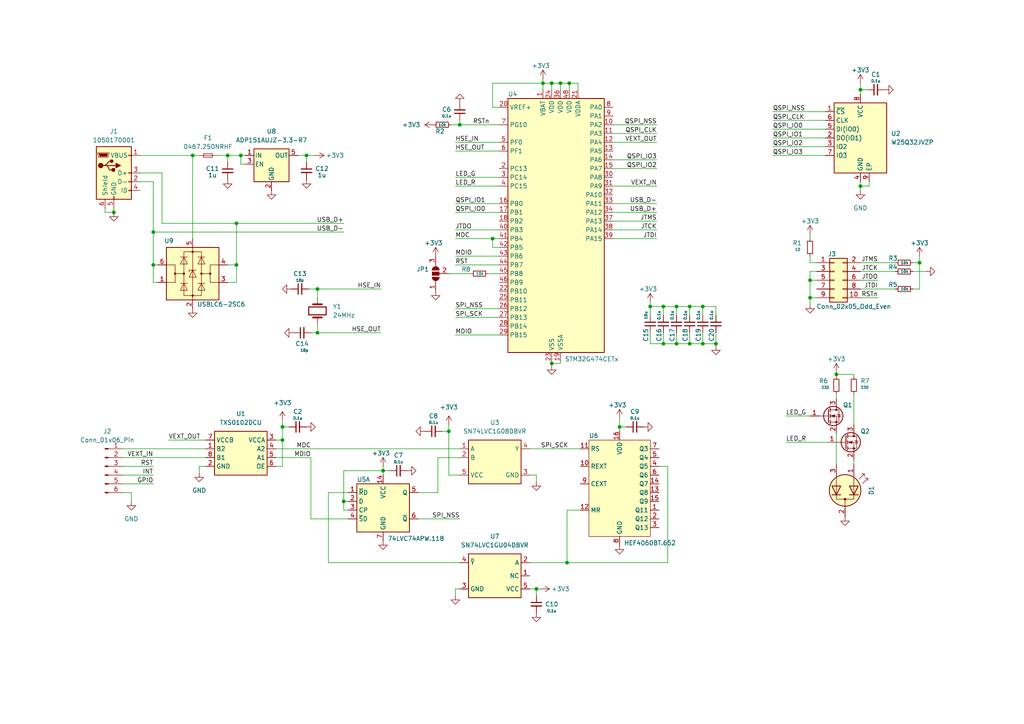
<source format=kicad_sch>
(kicad_sch (version 20230121) (generator eeschema)
  (paper "A4")
  (lib_symbols
    (symbol "Connector:Conn_01x06_Pin" (pin_names (offset 1.016) hide)
      (property "Reference" "J" (at 0 7.62 0))
      (property "Value" "Conn_01x06_Pin" (at 0 -10.16 0))
      (symbol "Conn_01x06_Pin_1_1"
        (pin passive line (at 5.08 5.08 180) (length 3.81) (name "Pin_1") (number "1"))
        (pin passive line (at 5.08 2.54 180) (length 3.81) (name "Pin_2") (number "2"))
        (pin passive line (at 5.08 0 180) (length 3.81) (name "Pin_3") (number "3"))
        (pin passive line (at 5.08 -2.54 180) (length 3.81) (name "Pin_4") (number "4"))
        (pin passive line (at 5.08 -5.08 180) (length 3.81) (name "Pin_5") (number "5"))
        (pin passive line (at 5.08 -7.62 180) (length 3.81) (name "Pin_6") (number "6"))
      )
    )
    (symbol "Connector_Generic:Conn_02x05_Odd_Even" (pin_names (offset 1.016) hide)
      (property "Reference" "J" (at 1.27 7.62 0))
      (property "Value" "Conn_02x05_Odd_Even" (at 1.27 -7.62 0))
      (symbol "Conn_02x05_Odd_Even_1_1"
        (pin passive line (at -5.08 5.08 0) (length 3.81) (name "Pin_1") (number "1"))
        (pin passive line (at 7.62 -5.08 180) (length 3.81) (name "Pin_10") (number "10"))
        (pin passive line (at 7.62 5.08 180) (length 3.81) (name "Pin_2") (number "2"))
        (pin passive line (at -5.08 2.54 0) (length 3.81) (name "Pin_3") (number "3"))
        (pin passive line (at 7.62 2.54 180) (length 3.81) (name "Pin_4") (number "4"))
        (pin passive line (at -5.08 0 0) (length 3.81) (name "Pin_5") (number "5"))
        (pin passive line (at 7.62 0 180) (length 3.81) (name "Pin_6") (number "6"))
        (pin passive line (at -5.08 -2.54 0) (length 3.81) (name "Pin_7") (number "7"))
        (pin passive line (at 7.62 -2.54 180) (length 3.81) (name "Pin_8") (number "8"))
        (pin passive line (at -5.08 -5.08 0) (length 3.81) (name "Pin_9") (number "9"))
      )
    )
    (symbol "Device:C_Small" (pin_numbers hide) (pin_names (offset 0.254) hide)
      (property "Reference" "C" (at 0.254 1.778 0))
      (property "Value" "C_Small" (at 0.254 -2.032 0))
      (symbol "C_Small_1_1"
        (pin passive line (at 0 2.54 270) (length 2.032) (name "~") (number "1"))
        (pin passive line (at 0 -2.54 90) (length 2.032) (name "~") (number "2"))
      )
    )
    (symbol "Device:Crystal" (pin_numbers hide) (pin_names (offset 1.016) hide)
      (property "Reference" "Y1" (at 1.27 -4.445 90))
      (property "Value" "24MHz" (at -1.27 -4.445 90))
      (symbol "Crystal_1_1"
        (pin passive line (at -3.81 0 0) (length 1.27) (name "1") (number "1"))
        (pin passive line (at 3.81 0 180) (length 1.27) (name "3") (number "3"))
      )
    )
    (symbol "Device:Fuse_Small" (pin_numbers hide) (pin_names (offset 0.254) hide)
      (property "Reference" "F" (at 0 -1.524 0))
      (property "Value" "Fuse_Small" (at 0 1.524 0))
      (symbol "Fuse_Small_1_1"
        (pin passive line (at -2.54 0 0) (length 1.27) (name "~") (number "1"))
        (pin passive line (at 2.54 0 180) (length 1.27) (name "~") (number "2"))
      )
    )
    (symbol "Device:LED_Dual_AAK" (pin_names (offset 0) hide)
      (property "Reference" "D1" (at 0 7.62 0))
      (symbol "LED_Dual_AAK_1_1"
        (pin input line (at 7.62 2.54 180) (length 3.81) (name "A1") (number "1"))
        (pin input line (at -7.62 0 0) (length 3.048) (name "K") (number "2"))
        (pin input line (at 7.62 -2.54 180) (length 3.81) (name "A2") (number "3"))
      )
    )
    (symbol "Device:R_Small" (pin_numbers hide) (pin_names (offset 0.254) hide)
      (property "Reference" "R" (at 0.762 0.508 0))
      (property "Value" "R_Small" (at 0.762 -1.016 0))
      (symbol "R_Small_1_1"
        (pin passive line (at 0 2.54 270) (length 0.762) (name "~") (number "1"))
        (pin passive line (at 0 -2.54 90) (length 0.762) (name "~") (number "2"))
      )
    )
    (symbol "Jumper:SolderJumper_3_Open" (pin_names (offset 0) hide)
      (property "Reference" "JP" (at -2.54 -2.54 0))
      (property "Value" "SolderJumper_3_Open" (at 0 2.794 0))
      (symbol "SolderJumper_3_Open_1_1"
        (pin passive line (at -5.08 0 0) (length 2.54) (name "A") (number "1"))
        (pin passive line (at 0 -3.81 90) (length 2.54) (name "C") (number "2"))
        (pin passive line (at 5.08 0 180) (length 2.54) (name "B") (number "3"))
      )
    )
    (symbol "LIB_PRJ:74LVC74APW"
      (property "Reference" "U3" (at 2.54 3.81 0))
      (property "Value" "74LVC74APW.118" (at 2.54 -11.43 0))
      (symbol "74LVC74APW_0_1"
        (pin power_in line (at 10.16 5.08 270) (length 2.54) (name "VCC") (number "14"))
        (pin power_in line (at 10.16 -13.97 90) (length 2.54) (name "GND") (number "7"))
      )
      (symbol "74LVC74APW_1_1"
        (pin bidirectional line (at 0 0 0) (length 2.54) (name "~{R}D") (number "1"))
        (pin bidirectional line (at 0 -2.54 0) (length 2.54) (name "D") (number "2"))
        (pin bidirectional line (at 0 -5.08 0) (length 2.54) (name "CP") (number "3"))
        (pin bidirectional line (at 0 -7.62 0) (length 2.54) (name "~{S}D") (number "4"))
        (pin bidirectional line (at 20.32 0 180) (length 2.54) (name "Q") (number "5"))
        (pin bidirectional line (at 20.32 -7.62 180) (length 2.54) (name "~{Q}") (number "6"))
      )
      (symbol "74LVC74APW_2_1"
        (pin bidirectional line (at 0 0 0) (length 2.54) (name "~{R}D") (number "1"))
        (pin bidirectional line (at 0 -2.54 0) (length 2.54) (name "D") (number "2"))
        (pin bidirectional line (at 20.32 0 180) (length 2.54) (name "Q") (number "4"))
      )
    )
    (symbol "LIB_PRJ:ADP151AUJZ-3.3-R7" (pin_names (offset 0.254))
      (property "Reference" "U" (at -3.81 5.715 0))
      (property "Value" "ADP151AUJZ-3.3-R7" (at 0 5.715 0))
      (symbol "ADP151AUJZ-3.3-R7_1_1"
        (pin power_in line (at -7.62 2.54 0) (length 2.54) (name "IN") (number "1"))
        (pin power_in line (at 0 -7.62 90) (length 2.54) (name "GND") (number "2"))
        (pin input line (at -7.62 0 0) (length 2.54) (name "EN") (number "3"))
        (pin no_connect line (at 5.08 0 180) (length 2.54) hide (name "NC") (number "4"))
        (pin power_out line (at 7.62 2.54 180) (length 2.54) (name "OUT") (number "5"))
      )
    )
    (symbol "LIB_PRJ:HEF4060BT.652"
      (property "Reference" "U3" (at 2.54 3.81 0))
      (property "Value" "HEF4060BT.652" (at 5.08 -27.94 0))
      (symbol "HEF4060BT.652_1_0"
        (pin output line (at 22.86 -17.78 180) (length 2.54) (name "Q11") (number "1"))
        (pin input line (at 0 0 0) (length 2.54) (name "RS") (number "11"))
        (pin input line (at 0 -17.78 0) (length 2.54) (name "MR") (number "12"))
        (pin output line (at 22.86 -12.7 180) (length 2.54) (name "Q8") (number "13"))
        (pin output line (at 22.86 -10.16 180) (length 2.54) (name "Q7") (number "14"))
        (pin output line (at 22.86 -15.24 180) (length 2.54) (name "Q9") (number "15"))
        (pin power_in line (at 11.43 5.08 270) (length 2.54) (name "VDD") (number "16"))
        (pin output line (at 22.86 -20.32 180) (length 2.54) (name "Q12") (number "2"))
        (pin output line (at 22.86 -22.86 180) (length 2.54) (name "Q13") (number "3"))
        (pin output line (at 22.86 -5.08 180) (length 2.54) (name "Q5") (number "4"))
        (pin output line (at 22.86 -2.54 180) (length 2.54) (name "Q4") (number "5"))
        (pin output line (at 22.86 -7.62 180) (length 2.54) (name "Q6") (number "6"))
        (pin output line (at 22.86 0 180) (length 2.54) (name "Q3") (number "7"))
        (pin power_in line (at 11.43 -27.94 90) (length 2.54) (name "GND") (number "8"))
        (pin bidirectional line (at 0 -10.16 0) (length 2.54) (name "CEXT") (number "9"))
      )
      (symbol "HEF4060BT.652_1_1"
        (pin bidirectional line (at 0 -5.08 0) (length 2.54) (name "REXT") (number "10"))
      )
    )
    (symbol "LIB_PRJ:SN74LVC1G08DBVR"
      (property "Reference" "U3" (at 2.54 3.81 0))
      (property "Value" "SN74LVC1G08DBVR" (at 2.54 -11.43 0))
      (symbol "SN74LVC1G08DBVR_1_1"
        (pin bidirectional line (at 0 0 0) (length 2.54) (name "A") (number "1"))
        (pin bidirectional line (at 0 -2.54 0) (length 2.54) (name "B") (number "2"))
        (pin power_in line (at 20.32 -7.62 180) (length 2.54) (name "GND") (number "3"))
        (pin bidirectional line (at 20.32 0 180) (length 2.54) (name "Y") (number "4"))
        (pin power_in line (at 0 -7.62 0) (length 2.54) (name "VCC") (number "5"))
      )
    )
    (symbol "LIB_PRJ:SN74LVC1GU04DBVR"
      (property "Reference" "U3" (at 2.54 3.81 0))
      (property "Value" "SN74LVC1GU04DBVR" (at 2.54 -11.43 0))
      (symbol "SN74LVC1GU04DBVR_1_1"
        (pin bidirectional line (at 0 -3.81 0) (length 2.54) (name "NC") (number "1"))
        (pin input line (at 0 0 0) (length 2.54) (name "A") (number "2"))
        (pin power_in line (at 20.32 -7.62 180) (length 2.54) (name "GND") (number "3"))
        (pin output line (at 20.32 0 180) (length 2.54) (name "~{Y}") (number "4"))
        (pin power_in line (at 0 -7.62 0) (length 2.54) (name "VCC") (number "5"))
      )
    )
    (symbol "LIB_PRJ:TXS0102DCU"
      (property "Reference" "U1" (at 10.16 7.62 0))
      (property "Value" "TXS0102DCU" (at 10.16 5.08 0))
      (symbol "TXS0102DCU_1_1"
        (pin bidirectional line (at 20.32 -2.54 180) (length 2.54) (name "B2") (number "1"))
        (pin power_in line (at 20.32 -7.62 180) (length 2.54) (name "GND") (number "2"))
        (pin power_in line (at 0 0 0) (length 2.54) (name "VCCA") (number "3"))
        (pin bidirectional line (at 0 -2.54 0) (length 2.54) (name "A2") (number "4"))
        (pin bidirectional line (at 0 -5.08 0) (length 2.54) (name "A1") (number "5"))
        (pin input line (at 0 -7.62 0) (length 2.54) (name "OE") (number "6"))
        (pin power_in line (at 20.32 0 180) (length 2.54) (name "VCCB") (number "7"))
        (pin bidirectional line (at 20.32 -5.08 180) (length 2.54) (name "B1") (number "8"))
      )
    )
    (symbol "LIB_PRJ:USB_B_Micro" (pin_names (offset 1.016))
      (property "Reference" "J1" (at 0 12.7 0))
      (property "Value" "USB_B_Micro" (at 0 10.16 0))
      (symbol "USB_B_Micro_1_1"
        (pin power_out line (at 7.62 5.08 180) (length 2.54) (name "VBUS") (number "1"))
        (pin bidirectional line (at 7.62 -2.54 180) (length 2.54) (name "D-") (number "2"))
        (pin bidirectional line (at 7.62 0 180) (length 2.54) (name "D+") (number "3"))
        (pin passive line (at 7.62 -5.08 180) (length 2.54) (name "ID") (number "4"))
        (pin power_out line (at 0 -10.16 90) (length 2.54) (name "GND") (number "5"))
        (pin passive line (at -2.54 -10.16 90) (length 2.54) (name "Shield") (number "6"))
      )
    )
    (symbol "MCU_ST_STM32G4:STM32G474CETx"
      (property "Reference" "U" (at -12.7 39.37 0))
      (property "Value" "STM32G474CETx" (at 10.16 39.37 0))
      (symbol "STM32G474CETx_1_1"
        (pin power_in line (at -2.54 40.64 270) (length 2.54) (name "VBAT") (number "1"))
        (pin bidirectional line (at 17.78 30.48 180) (length 2.54) (name "PA2") (number "10"))
        (pin bidirectional line (at 17.78 27.94 180) (length 2.54) (name "PA3") (number "11"))
        (pin bidirectional line (at 17.78 25.4 180) (length 2.54) (name "PA4") (number "12"))
        (pin bidirectional line (at 17.78 22.86 180) (length 2.54) (name "PA5") (number "13"))
        (pin bidirectional line (at 17.78 20.32 180) (length 2.54) (name "PA6") (number "14"))
        (pin bidirectional line (at 17.78 17.78 180) (length 2.54) (name "PA7") (number "15"))
        (pin bidirectional line (at -15.24 7.62 0) (length 2.54) (name "PB0") (number "16"))
        (pin bidirectional line (at -15.24 5.08 0) (length 2.54) (name "PB1") (number "17"))
        (pin bidirectional line (at -15.24 2.54 0) (length 2.54) (name "PB2") (number "18"))
        (pin power_in line (at 2.54 -38.1 90) (length 2.54) (name "VSSA") (number "19"))
        (pin bidirectional line (at -15.24 17.78 0) (length 2.54) (name "PC13") (number "2"))
        (pin input line (at -15.24 35.56 0) (length 2.54) (name "VREF+") (number "20"))
        (pin power_in line (at 7.62 40.64 270) (length 2.54) (name "VDDA") (number "21"))
        (pin bidirectional line (at -15.24 -17.78 0) (length 2.54) (name "PB10") (number "22"))
        (pin power_in line (at 0 -38.1 90) (length 2.54) (name "VSS") (number "23"))
        (pin power_in line (at 0 40.64 270) (length 2.54) (name "VDD") (number "24"))
        (pin bidirectional line (at -15.24 -20.32 0) (length 2.54) (name "PB11") (number "25"))
        (pin bidirectional line (at -15.24 -22.86 0) (length 2.54) (name "PB12") (number "26"))
        (pin bidirectional line (at -15.24 -25.4 0) (length 2.54) (name "PB13") (number "27"))
        (pin bidirectional line (at -15.24 -27.94 0) (length 2.54) (name "PB14") (number "28"))
        (pin bidirectional line (at -15.24 -30.48 0) (length 2.54) (name "PB15") (number "29"))
        (pin bidirectional line (at -15.24 15.24 0) (length 2.54) (name "PC14") (number "3"))
        (pin bidirectional line (at 17.78 15.24 180) (length 2.54) (name "PA8") (number "30"))
        (pin bidirectional line (at 17.78 12.7 180) (length 2.54) (name "PA9") (number "31"))
        (pin bidirectional line (at 17.78 10.16 180) (length 2.54) (name "PA10") (number "32"))
        (pin bidirectional line (at 17.78 7.62 180) (length 2.54) (name "PA11") (number "33"))
        (pin bidirectional line (at 17.78 5.08 180) (length 2.54) (name "PA12") (number "34"))
        (pin passive line (at 0 -38.1 90) (length 2.54) hide (name "VSS") (number "35"))
        (pin power_in line (at 2.54 40.64 270) (length 2.54) (name "VDD") (number "36"))
        (pin bidirectional line (at 17.78 2.54 180) (length 2.54) (name "PA13") (number "37"))
        (pin bidirectional line (at 17.78 0 180) (length 2.54) (name "PA14") (number "38"))
        (pin bidirectional line (at 17.78 -2.54 180) (length 2.54) (name "PA15") (number "39"))
        (pin bidirectional line (at -15.24 12.7 0) (length 2.54) (name "PC15") (number "4"))
        (pin bidirectional line (at -15.24 0 0) (length 2.54) (name "PB3") (number "40"))
        (pin bidirectional line (at -15.24 -2.54 0) (length 2.54) (name "PB4") (number "41"))
        (pin bidirectional line (at -15.24 -5.08 0) (length 2.54) (name "PB5") (number "42"))
        (pin bidirectional line (at -15.24 -7.62 0) (length 2.54) (name "PB6") (number "43"))
        (pin bidirectional line (at -15.24 -10.16 0) (length 2.54) (name "PB7") (number "44"))
        (pin bidirectional line (at -15.24 -12.7 0) (length 2.54) (name "PB8") (number "45"))
        (pin bidirectional line (at -15.24 -15.24 0) (length 2.54) (name "PB9") (number "46"))
        (pin passive line (at 0 -38.1 90) (length 2.54) hide (name "VSS") (number "47"))
        (pin power_in line (at 5.08 40.64 270) (length 2.54) (name "VDD") (number "48"))
        (pin bidirectional line (at -15.24 25.4 0) (length 2.54) (name "PF0") (number "5"))
        (pin bidirectional line (at -15.24 22.86 0) (length 2.54) (name "PF1") (number "6"))
        (pin bidirectional line (at -15.24 30.48 0) (length 2.54) (name "PG10") (number "7"))
        (pin bidirectional line (at 17.78 35.56 180) (length 2.54) (name "PA0") (number "8"))
        (pin bidirectional line (at 17.78 33.02 180) (length 2.54) (name "PA1") (number "9"))
      )
    )
    (symbol "Memory_Flash:W25Q32JVZP"
      (property "Reference" "U" (at -6.35 11.43 0))
      (property "Value" "W25Q32JVZP" (at 7.62 11.43 0))
      (symbol "W25Q32JVZP_1_1"
        (pin input line (at -10.16 7.62 0) (length 2.54) (name "~{CS}") (number "1"))
        (pin bidirectional line (at -10.16 0 0) (length 2.54) (name "DO(IO1)") (number "2"))
        (pin bidirectional line (at -10.16 -2.54 0) (length 2.54) (name "IO2") (number "3"))
        (pin power_in line (at 0 -12.7 90) (length 2.54) (name "GND") (number "4"))
        (pin bidirectional line (at -10.16 2.54 0) (length 2.54) (name "DI(IO0)") (number "5"))
        (pin input line (at -10.16 5.08 0) (length 2.54) (name "CLK") (number "6"))
        (pin bidirectional line (at -10.16 -5.08 0) (length 2.54) (name "IO3") (number "7"))
        (pin power_in line (at 0 12.7 270) (length 2.54) (name "VCC") (number "8"))
        (pin passive line (at 2.54 -12.7 90) (length 2.54) (name "EP") (number "9"))
      )
    )
    (symbol "Power_Protection:USBLC6-2SC6" (pin_names hide)
      (property "Reference" "U" (at 2.54 8.89 0))
      (property "Value" "USBLC6-2SC6" (at 2.54 -8.89 0))
      (symbol "USBLC6-2SC6_1_1"
        (pin passive line (at -10.16 -2.54 0) (length 2.54) (name "I/O1") (number "1"))
        (pin passive line (at 0 -10.16 90) (length 2.54) (name "GND") (number "2"))
        (pin passive line (at 10.16 -2.54 180) (length 2.54) (name "I/O2") (number "3"))
        (pin passive line (at 10.16 2.54 180) (length 2.54) (name "I/O2") (number "4"))
        (pin passive line (at 0 10.16 270) (length 2.54) (name "VBUS") (number "5"))
        (pin passive line (at -10.16 2.54 0) (length 2.54) (name "I/O1") (number "6"))
      )
    )
    (symbol "Transistor_FET:2N7002" (pin_names hide)
      (property "Reference" "Q" (at 5.08 1.905 0))
      (property "Value" "2N7002" (at 5.08 0 0))
      (symbol "2N7002_1_1"
        (pin input line (at -5.08 0 0) (length 2.54) (name "G") (number "1"))
        (pin passive line (at 2.54 -5.08 90) (length 2.54) (name "S") (number "2"))
        (pin passive line (at 2.54 5.08 270) (length 2.54) (name "D") (number "3"))
      )
    )
    (symbol "power:+3V3" (power) (pin_names (offset 0))
      (property "Value" "+3V3" (at 0 3.556 0))
      (symbol "+3V3_1_1"
        (pin power_in line (at 0 0 90) (length 0) hide (name "+3V3") (number "1"))
      )
    )
    (symbol "power:GND" (power) (pin_names (offset 0))
      (property "Value" "GND" (at 0 -3.81 0))
      (symbol "GND_1_1"
        (pin power_in line (at 0 0 270) (length 0) hide (name "GND") (number "1"))
      )
    )
  )
  (junction (at 203.835 99.695))
  (junction (at 249.555 26.035))
  (junction (at 92.075 83.82))
  (junction (at 192.405 88.9))
  (junction (at 133.35 36.195))
  (junction (at 249.555 53.975))
  (junction (at 44.45 76.835))
  (junction (at 203.835 88.9))
  (junction (at 179.705 123.825))
  (junction (at 130.175 125.095))
  (junction (at 160.02 24.13))
  (junction (at 157.48 24.13))
  (junction (at 81.915 127.635))
  (junction (at 88.9 45.085))
  (junction (at 99.695 145.415))
  (junction (at 55.88 45.085))
  (junction (at 234.95 86.36))
  (junction (at 142.875 69.215))
  (junction (at 192.405 99.695))
  (junction (at 44.45 67.31))
  (junction (at 33.02 61.595))
  (junction (at 207.645 99.695))
  (junction (at 162.56 24.13))
  (junction (at 200.025 99.695))
  (junction (at 164.465 163.195))
  (junction (at 242.57 108.585))
  (junction (at 160.02 105.41))
  (junction (at 111.125 136.525))
  (junction (at 266.7 76.2))
  (junction (at 196.215 88.9))
  (junction (at 69.85 45.085))
  (junction (at 81.915 123.825))
  (junction (at 165.1 24.13))
  (junction (at 200.025 88.9))
  (junction (at 68.58 64.77))
  (junction (at 92.075 96.52))
  (junction (at 66.04 45.085))
  (junction (at 234.95 81.28))
  (junction (at 188.595 88.9))
  (junction (at 155.575 170.815))
  (junction (at 68.58 76.835))
  (junction (at 196.215 99.695))
  (wire (pts (xy 92.075 83.82) (xy 92.075 86.36)))
  (wire (pts (xy 44.45 67.31) (xy 44.45 52.705)))
  (wire (pts (xy 234.95 81.28) (xy 234.95 86.36)))
  (wire (pts (xy 40.64 45.085) (xy 55.88 45.085)))
  (wire (pts (xy 130.175 125.095) (xy 128.27 125.095)))
  (wire (pts (xy 247.65 108.585) (xy 247.65 109.22)))
  (wire (pts (xy 224.155 40.005) (xy 239.395 40.005)))
  (wire (pts (xy 196.215 88.9) (xy 196.215 91.44)))
  (wire (pts (xy 130.175 79.375) (xy 136.525 79.375)))
  (wire (pts (xy 160.02 104.775) (xy 160.02 105.41)))
  (wire (pts (xy 90.17 96.52) (xy 92.075 96.52)))
  (wire (pts (xy 133.35 36.195) (xy 144.78 36.195)))
  (wire (pts (xy 249.555 52.705) (xy 249.555 53.975)))
  (wire (pts (xy 81.915 135.255) (xy 81.915 127.635)))
  (wire (pts (xy 179.705 123.825) (xy 181.61 123.825)))
  (wire (pts (xy 160.02 24.13) (xy 162.56 24.13)))
  (wire (pts (xy 192.405 99.695) (xy 196.215 99.695)))
  (wire (pts (xy 153.67 163.195) (xy 164.465 163.195)))
  (wire (pts (xy 132.08 53.975) (xy 144.78 53.975)))
  (wire (pts (xy 264.795 78.74) (xy 268.605 78.74)))
  (wire (pts (xy 200.025 88.9) (xy 200.025 91.44)))
  (wire (pts (xy 249.555 81.28) (xy 254.635 81.28)))
  (wire (pts (xy 177.8 59.055) (xy 190.5 59.055)))
  (wire (pts (xy 133.35 34.925) (xy 133.35 36.195)))
  (wire (pts (xy 100.965 150.495) (xy 90.17 150.495)))
  (wire (pts (xy 249.555 26.035) (xy 251.46 26.035)))
  (wire (pts (xy 132.08 61.595) (xy 144.78 61.595)))
  (wire (pts (xy 30.48 60.325) (xy 30.48 61.595)))
  (wire (pts (xy 242.57 108.585) (xy 242.57 109.22)))
  (wire (pts (xy 252.095 52.705) (xy 252.095 53.975)))
  (wire (pts (xy 35.56 137.795) (xy 44.45 137.795)))
  (wire (pts (xy 236.855 78.74) (xy 234.95 78.74)))
  (wire (pts (xy 224.155 32.385) (xy 239.395 32.385)))
  (wire (pts (xy 179.705 121.285) (xy 179.705 123.825)))
  (wire (pts (xy 207.645 99.695) (xy 207.645 100.33)))
  (wire (pts (xy 177.8 61.595) (xy 190.5 61.595)))
  (wire (pts (xy 252.095 53.975) (xy 249.555 53.975)))
  (wire (pts (xy 38.1 142.875) (xy 38.1 145.415)))
  (wire (pts (xy 81.915 121.92) (xy 81.915 123.825)))
  (wire (pts (xy 133.35 170.815) (xy 132.08 170.815)))
  (wire (pts (xy 46.99 50.165) (xy 46.99 64.77)))
  (wire (pts (xy 132.08 170.815) (xy 132.08 172.72)))
  (wire (pts (xy 44.45 52.705) (xy 40.64 52.705)))
  (wire (pts (xy 162.56 104.775) (xy 162.56 105.41)))
  (wire (pts (xy 88.9 45.085) (xy 88.9 46.99)))
  (wire (pts (xy 111.125 135.255) (xy 111.125 136.525)))
  (wire (pts (xy 200.025 96.52) (xy 200.025 99.695)))
  (wire (pts (xy 99.695 147.955) (xy 99.695 145.415)))
  (wire (pts (xy 249.555 78.74) (xy 259.715 78.74)))
  (wire (pts (xy 177.8 48.895) (xy 190.5 48.895)))
  (wire (pts (xy 177.8 69.215) (xy 190.5 69.215)))
  (wire (pts (xy 80.01 135.255) (xy 81.915 135.255)))
  (wire (pts (xy 68.58 64.77) (xy 68.58 76.835)))
  (wire (pts (xy 164.465 163.195) (xy 164.465 147.955)))
  (wire (pts (xy 44.45 76.835) (xy 45.72 76.835)))
  (wire (pts (xy 127 132.715) (xy 133.35 132.715)))
  (wire (pts (xy 130.175 137.795) (xy 130.175 125.095)))
  (wire (pts (xy 144.78 66.675) (xy 132.08 66.675)))
  (wire (pts (xy 155.575 170.815) (xy 155.575 172.72)))
  (wire (pts (xy 188.595 99.695) (xy 192.405 99.695)))
  (wire (pts (xy 227.965 128.27) (xy 240.03 128.27)))
  (wire (pts (xy 57.785 135.255) (xy 57.785 137.16)))
  (wire (pts (xy 69.85 45.085) (xy 71.12 45.085)))
  (wire (pts (xy 35.56 142.875) (xy 38.1 142.875)))
  (wire (pts (xy 127 142.875) (xy 127 132.715)))
  (wire (pts (xy 247.65 133.35) (xy 247.65 134.62)))
  (wire (pts (xy 188.595 91.44) (xy 188.595 88.9)))
  (wire (pts (xy 88.9 45.085) (xy 91.44 45.085)))
  (wire (pts (xy 160.02 24.13) (xy 160.02 26.035)))
  (wire (pts (xy 155.575 170.815) (xy 156.845 170.815)))
  (wire (pts (xy 55.88 45.085) (xy 57.785 45.085)))
  (wire (pts (xy 249.555 53.975) (xy 249.555 55.245)))
  (wire (pts (xy 227.965 120.65) (xy 234.95 120.65)))
  (wire (pts (xy 177.8 36.195) (xy 190.5 36.195)))
  (wire (pts (xy 92.075 83.82) (xy 110.49 83.82)))
  (wire (pts (xy 68.58 76.835) (xy 68.58 81.915)))
  (wire (pts (xy 35.56 130.175) (xy 59.69 130.175)))
  (wire (pts (xy 160.02 105.41) (xy 160.02 106.045)))
  (wire (pts (xy 81.915 123.825) (xy 83.82 123.825)))
  (wire (pts (xy 234.95 76.2) (xy 234.95 74.295)))
  (wire (pts (xy 132.08 59.055) (xy 144.78 59.055)))
  (wire (pts (xy 81.915 123.825) (xy 81.915 127.635)))
  (wire (pts (xy 132.08 51.435) (xy 144.78 51.435)))
  (wire (pts (xy 132.08 69.215) (xy 142.875 69.215)))
  (wire (pts (xy 68.58 64.77) (xy 99.695 64.77)))
  (wire (pts (xy 92.075 93.98) (xy 92.075 96.52)))
  (wire (pts (xy 130.175 123.19) (xy 130.175 125.095)))
  (wire (pts (xy 144.78 31.115) (xy 142.875 31.115)))
  (wire (pts (xy 142.875 31.115) (xy 142.875 24.13)))
  (wire (pts (xy 90.17 150.495) (xy 90.17 132.715)))
  (wire (pts (xy 203.835 88.9) (xy 203.835 91.44)))
  (wire (pts (xy 196.215 99.695) (xy 200.025 99.695)))
  (wire (pts (xy 234.95 86.36) (xy 234.95 88.265)))
  (wire (pts (xy 157.48 22.86) (xy 157.48 24.13)))
  (wire (pts (xy 153.67 137.795) (xy 155.575 137.795)))
  (wire (pts (xy 234.95 67.945) (xy 234.95 69.215)))
  (wire (pts (xy 192.405 96.52) (xy 192.405 99.695)))
  (wire (pts (xy 153.67 130.175) (xy 168.275 130.175)))
  (wire (pts (xy 177.8 53.975) (xy 190.5 53.975)))
  (wire (pts (xy 132.08 43.815) (xy 144.78 43.815)))
  (wire (pts (xy 200.025 88.9) (xy 203.835 88.9)))
  (wire (pts (xy 234.95 81.28) (xy 236.855 81.28)))
  (wire (pts (xy 164.465 147.955) (xy 168.275 147.955)))
  (wire (pts (xy 200.025 99.695) (xy 203.835 99.695)))
  (wire (pts (xy 121.285 142.875) (xy 127 142.875)))
  (wire (pts (xy 242.57 114.3) (xy 242.57 115.57)))
  (wire (pts (xy 242.57 125.73) (xy 242.57 134.62)))
  (wire (pts (xy 192.405 88.9) (xy 192.405 91.44)))
  (wire (pts (xy 207.645 88.9) (xy 207.645 91.44)))
  (wire (pts (xy 66.04 81.915) (xy 68.58 81.915)))
  (wire (pts (xy 111.125 136.525) (xy 113.03 136.525)))
  (wire (pts (xy 236.855 76.2) (xy 234.95 76.2)))
  (wire (pts (xy 165.1 24.13) (xy 165.1 26.035)))
  (wire (pts (xy 141.605 79.375) (xy 144.78 79.375)))
  (wire (pts (xy 177.8 38.735) (xy 190.5 38.735)))
  (wire (pts (xy 80.01 130.175) (xy 133.35 130.175)))
  (wire (pts (xy 130.81 36.195) (xy 133.35 36.195)))
  (wire (pts (xy 264.795 83.82) (xy 266.7 83.82)))
  (wire (pts (xy 44.45 76.835) (xy 44.45 81.915)))
  (wire (pts (xy 69.85 47.625) (xy 69.85 45.085)))
  (wire (pts (xy 132.08 76.835) (xy 144.78 76.835)))
  (wire (pts (xy 142.875 69.215) (xy 142.875 71.755)))
  (wire (pts (xy 193.675 163.195) (xy 164.465 163.195)))
  (wire (pts (xy 249.555 26.035) (xy 249.555 27.305)))
  (wire (pts (xy 35.56 132.715) (xy 59.69 132.715)))
  (wire (pts (xy 266.7 76.2) (xy 266.7 83.82)))
  (wire (pts (xy 249.555 24.13) (xy 249.555 26.035)))
  (wire (pts (xy 203.835 99.695) (xy 207.645 99.695)))
  (wire (pts (xy 177.8 41.275) (xy 190.5 41.275)))
  (wire (pts (xy 249.555 86.36) (xy 254.635 86.36)))
  (wire (pts (xy 132.08 41.275) (xy 144.78 41.275)))
  (wire (pts (xy 132.08 92.075) (xy 144.78 92.075)))
  (wire (pts (xy 203.835 88.9) (xy 207.645 88.9)))
  (wire (pts (xy 207.645 96.52) (xy 207.645 99.695)))
  (wire (pts (xy 33.02 60.325) (xy 33.02 61.595)))
  (wire (pts (xy 249.555 76.2) (xy 259.715 76.2)))
  (wire (pts (xy 242.57 108.585) (xy 247.65 108.585)))
  (wire (pts (xy 188.595 88.9) (xy 192.405 88.9)))
  (wire (pts (xy 80.01 132.715) (xy 90.17 132.715)))
  (wire (pts (xy 224.155 42.545) (xy 239.395 42.545)))
  (wire (pts (xy 62.865 45.085) (xy 66.04 45.085)))
  (wire (pts (xy 132.08 97.155) (xy 144.78 97.155)))
  (wire (pts (xy 71.12 47.625) (xy 69.85 47.625)))
  (wire (pts (xy 144.78 89.535) (xy 132.08 89.535)))
  (wire (pts (xy 188.595 96.52) (xy 188.595 99.695)))
  (wire (pts (xy 167.64 24.13) (xy 167.64 26.035)))
  (wire (pts (xy 44.45 67.31) (xy 99.695 67.31)))
  (wire (pts (xy 155.575 137.795) (xy 155.575 139.7)))
  (wire (pts (xy 249.555 83.82) (xy 259.715 83.82)))
  (wire (pts (xy 224.155 37.465) (xy 239.395 37.465)))
  (wire (pts (xy 66.04 45.085) (xy 69.85 45.085)))
  (wire (pts (xy 203.835 96.52) (xy 203.835 99.695)))
  (wire (pts (xy 191.135 135.255) (xy 193.675 135.255)))
  (wire (pts (xy 95.25 142.875) (xy 100.965 142.875)))
  (wire (pts (xy 144.78 71.755) (xy 142.875 71.755)))
  (wire (pts (xy 157.48 24.13) (xy 160.02 24.13)))
  (wire (pts (xy 59.69 135.255) (xy 57.785 135.255)))
  (wire (pts (xy 92.075 96.52) (xy 110.49 96.52)))
  (wire (pts (xy 30.48 61.595) (xy 33.02 61.595)))
  (wire (pts (xy 46.99 50.165) (xy 40.64 50.165)))
  (wire (pts (xy 266.7 74.295) (xy 266.7 76.2)))
  (wire (pts (xy 177.8 66.675) (xy 190.5 66.675)))
  (wire (pts (xy 234.95 78.74) (xy 234.95 81.28)))
  (wire (pts (xy 162.56 105.41) (xy 160.02 105.41)))
  (wire (pts (xy 66.04 76.835) (xy 68.58 76.835)))
  (wire (pts (xy 157.48 24.13) (xy 157.48 26.035)))
  (wire (pts (xy 242.57 107.95) (xy 242.57 108.585)))
  (wire (pts (xy 99.695 136.525) (xy 111.125 136.525)))
  (wire (pts (xy 35.56 140.335) (xy 44.45 140.335)))
  (wire (pts (xy 188.595 87.63) (xy 188.595 88.9)))
  (wire (pts (xy 99.695 145.415) (xy 100.965 145.415)))
  (wire (pts (xy 162.56 24.13) (xy 165.1 24.13)))
  (wire (pts (xy 264.795 76.2) (xy 266.7 76.2)))
  (wire (pts (xy 121.285 150.495) (xy 133.35 150.495)))
  (wire (pts (xy 111.125 136.525) (xy 111.125 137.795)))
  (wire (pts (xy 95.25 163.195) (xy 95.25 142.875)))
  (wire (pts (xy 35.56 135.255) (xy 44.45 135.255)))
  (wire (pts (xy 46.99 64.77) (xy 68.58 64.77)))
  (wire (pts (xy 100.965 147.955) (xy 99.695 147.955)))
  (wire (pts (xy 165.1 24.13) (xy 167.64 24.13)))
  (wire (pts (xy 133.35 137.795) (xy 130.175 137.795)))
  (wire (pts (xy 66.04 45.085) (xy 66.04 46.99)))
  (wire (pts (xy 196.215 88.9) (xy 200.025 88.9)))
  (wire (pts (xy 192.405 88.9) (xy 196.215 88.9)))
  (wire (pts (xy 99.695 145.415) (xy 99.695 136.525)))
  (wire (pts (xy 45.72 81.915) (xy 44.45 81.915)))
  (wire (pts (xy 162.56 24.13) (xy 162.56 26.035)))
  (wire (pts (xy 89.535 83.82) (xy 92.075 83.82)))
  (wire (pts (xy 86.36 45.085) (xy 88.9 45.085)))
  (wire (pts (xy 224.155 45.085) (xy 239.395 45.085)))
  (wire (pts (xy 177.8 46.355) (xy 190.5 46.355)))
  (wire (pts (xy 133.35 163.195) (xy 95.25 163.195)))
  (wire (pts (xy 193.675 135.255) (xy 193.675 163.195)))
  (wire (pts (xy 234.95 86.36) (xy 236.855 86.36)))
  (wire (pts (xy 179.705 123.825) (xy 179.705 125.095)))
  (wire (pts (xy 80.01 127.635) (xy 81.915 127.635)))
  (wire (pts (xy 44.45 76.835) (xy 44.45 67.31)))
  (wire (pts (xy 153.67 170.815) (xy 155.575 170.815)))
  (wire (pts (xy 196.215 96.52) (xy 196.215 99.695)))
  (wire (pts (xy 142.875 69.215) (xy 144.78 69.215)))
  (wire (pts (xy 247.65 114.3) (xy 247.65 123.19)))
  (wire (pts (xy 224.155 34.925) (xy 239.395 34.925)))
  (wire (pts (xy 132.08 74.295) (xy 144.78 74.295)))
  (wire (pts (xy 55.88 69.215) (xy 55.88 45.085)))
  (wire (pts (xy 48.895 127.635) (xy 59.69 127.635)))
  (wire (pts (xy 177.8 64.135) (xy 190.5 64.135)))
  (wire (pts (xy 142.875 24.13) (xy 157.48 24.13)))
  (label "QSPI_CLK" (at 224.155 34.925 0))
  (label "HSE_OUT" (at 132.08 43.815 0))
  (label "QSPI_IO3" (at 190.5 46.355 180))
  (label "LED_G" (at 227.965 120.65 0))
  (label "MDIO" (at 132.08 97.155 0))
  (label "JTCK" (at 254.635 78.74 180))
  (label "QSPI_IO0" (at 224.155 37.465 0))
  (label "MDIO" (at 90.17 132.715 180))
  (label "SPI_NSS" (at 132.08 89.535 0))
  (label "QSPI_IO0" (at 132.08 61.595 0))
  (label "QSPI_IO2" (at 224.155 42.545 0))
  (label "QSPI_IO1" (at 132.08 59.055 0))
  (label "INT" (at 44.45 137.795 180))
  (label "LED_R" (at 227.965 128.27 0))
  (label "SPI_SCK" (at 156.845 130.175 0))
  (label "USB_D+" (at 190.5 61.595 180))
  (label "RST" (at 44.45 135.255 180))
  (label "SPI_SCK" (at 132.08 92.075 0))
  (label "VEXT_OUT" (at 48.895 127.635 0))
  (label "VEXT_IN" (at 44.45 132.715 180))
  (label "JTMS" (at 254.635 76.2 180))
  (label "LED_R" (at 132.08 53.975 0))
  (label "USB_D+" (at 99.695 64.77 180))
  (label "QSPI_IO3" (at 224.155 45.085 0))
  (label "JTDI" (at 190.5 69.215 180))
  (label "QSPI_CLK" (at 190.5 38.735 180))
  (label "QSPI_NSS" (at 224.155 32.385 0))
  (label "HSE_IN" (at 132.08 41.275 0))
  (label "LED_G" (at 132.08 51.435 0))
  (label "SPI_NSS" (at 133.35 150.495 180))
  (label "QSPI_IO2" (at 190.5 48.895 180))
  (label "RSTn" (at 254.635 86.36 180))
  (label "MDC" (at 132.08 69.215 0))
  (label "HSE_IN" (at 110.49 83.82 180))
  (label "QSPI_IO1" (at 224.155 40.005 0))
  (label "VEXT_OUT" (at 190.5 41.275 180))
  (label "JTCK" (at 190.5 66.675 180))
  (label "USB_D-" (at 190.5 59.055 180))
  (label "GPIO" (at 44.45 140.335 180))
  (label "VEXT_IN" (at 190.5 53.975 180))
  (label "HSE_OUT" (at 110.49 96.52 180))
  (label "JTDO" (at 254.635 81.28 180))
  (label "RST" (at 132.08 76.835 0))
  (label "USB_D-" (at 99.695 67.31 180))
  (label "JTMS" (at 190.5 64.135 180))
  (label "MDIO" (at 132.08 74.295 0))
  (label "MDC" (at 90.17 130.175 180))
  (label "JTDO" (at 132.08 66.675 0))
  (label "RSTn" (at 137.16 36.195 0))
  (label "QSPI_NSS" (at 190.5 36.195 180))
  (label "JTDI" (at 254.635 83.82 180))
  (symbol (lib_id "Device:C_Small") (at 133.35 32.385 180) (unit 1)
    (property "Reference" "C6" (at 129.54 31.75 0))
    (property "Value" "0.1u" (at 129.54 33.655 0) (effects (font (size 0.8 0.8))))
    (property "Footprint" "Capacitor_SMD:C_0402_1005Metric" (effects hide))
  )
  (symbol (lib_id "Device:C_Small") (at 66.04 49.53 0) (unit 1)
    (property "Reference" "C11" (at 59.69 48.895 0) (effects (justify left)))
    (property "Value" "1u" (at 60.325 50.8 0) (effects (justify left)))
    (property "Footprint" "Capacitor_SMD:C_0402_1005Metric" (effects hide))
  )
  (symbol (lib_id "power:GND") (at 179.705 158.115 0) (unit 1)
    (property "Reference" "#PWR05" (effects hide))
    (property "Value" "GND" (effects hide))
  )
  (symbol (lib_id "power:GND") (at 88.9 52.07 0) (unit 1)
    (property "Reference" "#PWR038" (effects hide))
    (property "Value" "GND" (effects hide))
  )
  (symbol (lib_id "power:GND") (at 57.785 137.16 0) (unit 1)
    (property "Reference" "#PWR012" (effects hide))
    (property "Value" "GND" (at 57.785 142.24 0))
  )
  (symbol (lib_id "power:GND") (at 66.04 52.07 0) (unit 1)
    (property "Reference" "#PWR037" (effects hide))
    (property "Value" "GND" (effects hide))
  )
  (symbol (lib_id "LIB_PRJ:HEF4060BT.652") (at 168.275 130.175 0) (unit 1)
    (property "Reference" "U6" (at 170.815 126.365 0) (effects (justify left)))
    (property "Value" "HEF4060BT.652" (at 180.975 157.48 0) (effects (justify left)))
    (property "Footprint" "Package_SO:SO-16_3.9x9.9mm_P1.27mm" (effects hide))
    (property "Datasheet" "https://www.nexperia.com/products/analog-logic-ics/logic/flip-flops-latches-registers-counters-dividers/divider-counters/HEF4060BT.html" (effects hide))
  )
  (symbol (lib_id "Device:C_Small") (at 184.15 123.825 90) (unit 1)
    (property "Reference" "C9" (at 184.15 119.38 90))
    (property "Value" "0.1u" (at 184.15 121.285 90) (effects (font (size 0.8 0.8))))
    (property "Footprint" "Capacitor_SMD:C_0402_1005Metric" (effects hide))
  )
  (symbol (lib_id "power:GND") (at 111.125 156.845 0) (unit 1)
    (property "Reference" "#PWR04" (effects hide))
    (property "Value" "GND" (effects hide))
  )
  (symbol (lib_id "power:GND") (at 160.02 106.045 0) (unit 1)
    (property "Reference" "#PWR018" (effects hide))
    (property "Value" "GND" (effects hide))
  )
  (symbol (lib_id "power:+3V3") (at 266.7 74.295 0) (unit 1)
    (property "Reference" "#PWR031" (effects hide))
    (property "Value" "+3V3" (at 266.7 70.485 0))
  )
  (symbol (lib_id "power:+3V3") (at 249.555 24.13 0) (unit 1)
    (property "Reference" "#PWR02" (effects hide))
    (property "Value" "+3V3" (at 249.555 20.32 0))
  )
  (symbol (lib_id "power:GND") (at 155.575 139.7 0) (unit 1)
    (property "Reference" "#PWR013" (effects hide))
    (property "Value" "GND" (effects hide))
  )
  (symbol (lib_id "power:GND") (at 155.575 177.8 0) (unit 1)
    (property "Reference" "#PWR026" (effects hide))
    (property "Value" "GND" (effects hide))
  )
  (symbol (lib_id "Connector:Conn_01x06_Pin") (at 30.48 135.255 0) (unit 1)
    (property "Reference" "J2" (at 31.115 125.095 0))
    (property "Value" "Conn_01x06_Pin" (at 31.115 127.635 0))
    (property "Footprint" "Connector_PinHeader_2.54mm:PinHeader_1x06_P2.54mm_Horizontal" (effects hide))
  )
  (symbol (lib_id "Device:C_Small") (at 115.57 136.525 90) (unit 1)
    (property "Reference" "C7" (at 115.57 132.08 90))
    (property "Value" "0.1u" (at 115.57 133.985 90) (effects (font (size 0.8 0.8))))
    (property "Footprint" "Capacitor_SMD:C_0402_1005Metric" (effects hide))
  )
  (symbol (lib_id "power:GND") (at 186.69 123.825 90) (unit 1)
    (property "Reference" "#PWR025" (effects hide))
    (property "Value" "GND" (effects hide))
  )
  (symbol (lib_id "Device:R_Small") (at 234.95 71.755 0) (unit 1)
    (property "Reference" "R1" (at 229.87 70.485 0) (effects (justify left)))
    (property "Value" "10" (at 230.505 72.39 0) (effects (font (size 0.8 0.8)) (justify left)))
    (property "Footprint" "Resistor_SMD:R_0402_1005Metric" (effects hide))
  )
  (symbol (lib_id "Device:C_Small") (at 86.36 123.825 90) (unit 1)
    (property "Reference" "C2" (at 86.36 119.38 90))
    (property "Value" "0.1u" (at 86.36 121.285 90) (effects (font (size 0.8 0.8))))
    (property "Footprint" "Capacitor_SMD:C_0402_1005Metric" (effects hide))
  )
  (symbol (lib_id "LIB_PRJ:TXS0102DCU") (at 80.01 127.635 0) (mirror y) (unit 1)
    (property "Reference" "U1" (at 69.85 120.015 0))
    (property "Value" "TXS0102DCU" (at 69.85 122.555 0))
    (property "Footprint" "Package_SO:VSSOP-8_2.3x2mm_P0.5mm" (effects hide))
    (property "Datasheet" "http://www.ti.com/lit/gpn/txs0102" (effects hide))
  )
  (symbol (lib_id "power:+3V3") (at 234.95 67.945 0) (unit 1)
    (property "Reference" "#PWR028" (effects hide))
    (property "Value" "+3V3" (at 234.95 64.135 0))
  )
  (symbol (lib_id "power:GND") (at 85.09 96.52 270) (mirror x) (unit 1)
    (property "Reference" "#PWR034" (effects hide))
    (property "Value" "GND" (effects hide))
  )
  (symbol (lib_id "power:GND") (at 132.08 172.72 0) (unit 1)
    (property "Reference" "#PWR06" (effects hide))
    (property "Value" "GND" (effects hide))
  )
  (symbol (lib_id "power:GND") (at 84.455 83.82 270) (mirror x) (unit 1)
    (property "Reference" "#PWR029" (effects hide))
    (property "Value" "GND" (effects hide))
  )
  (symbol (lib_id "Memory_Flash:W25Q32JVZP") (at 249.555 40.005 0) (unit 1)
    (property "Reference" "U2" (at 258.445 38.735 0) (effects (justify left)))
    (property "Value" "W25Q32JVZP" (at 258.445 41.275 0) (effects (justify left)))
    (property "Footprint" "Package_SON:WSON-8-1EP_6x5mm_P1.27mm_EP3.4x4.3mm" (effects hide))
    (property "Datasheet" "http://www.winbond.com/resource-files/w25q32jv%20revg%2003272018%20plus.pdf" (effects hide))
  )
  (symbol (lib_id "power:+3V3") (at 130.175 123.19 0) (mirror y) (unit 1)
    (property "Reference" "#PWR023" (effects hide))
    (property "Value" "+3V3" (at 130.175 118.11 0))
  )
  (symbol (lib_id "power:+3V3") (at 111.125 135.255 0) (unit 1)
    (property "Reference" "#PWR07" (effects hide))
    (property "Value" "+3V3" (at 110.49 131.445 0))
  )
  (symbol (lib_id "power:GND") (at 123.19 125.095 270) (mirror x) (unit 1)
    (property "Reference" "#PWR024" (effects hide))
    (property "Value" "GND" (effects hide))
  )
  (symbol (lib_id "LIB_PRJ:74LVC74APW") (at 100.965 142.875 0) (unit 1)
    (property "Reference" "U5" (at 103.505 139.065 0) (effects (justify left)))
    (property "Value" "74LVC74APW.118" (at 112.395 156.21 0) (effects (justify left)))
    (property "Footprint" "Package_SO:TSSOP-14_4.4x5mm_P0.65mm" (effects hide))
    (property "Datasheet" "https://www.nexperia.com/products/analog-logic-ics/logic/flip-flops-latches-registers-counters-dividers/d-type-flip-flops/74LVC74APW.html" (effects hide))
  )
  (symbol (lib_id "LIB_PRJ:USB_B_Micro") (at 33.02 50.165 0) (unit 1)
    (property "Reference" "J1" (at 33.02 38.1 0))
    (property "Value" "1050170001" (at 33.02 40.64 0))
    (property "Footprint" "Connector_USB:USB_Micro-B_Molex-105017-0001" (effects hide))
  )
  (symbol (lib_id "Device:C_Small") (at 254 26.035 90) (unit 1)
    (property "Reference" "C1" (at 254 21.59 90))
    (property "Value" "0.1u" (at 254 23.495 90) (effects (font (size 0.8 0.8))))
    (property "Footprint" "Capacitor_SMD:C_0402_1005Metric" (effects hide))
  )
  (symbol (lib_id "Device:R_Small") (at 247.65 111.76 0) (unit 1)
    (property "Reference" "R7" (at 249.555 110.49 0) (effects (justify left)))
    (property "Value" "330" (at 249.555 112.395 0) (effects (font (size 0.8 0.8)) (justify left)))
    (property "Footprint" "Resistor_SMD:R_0402_1005Metric" (effects hide))
  )
  (symbol (lib_id "Device:C_Small") (at 87.63 96.52 90) (unit 1)
    (property "Reference" "C14" (at 87.63 99.695 90))
    (property "Value" "18p" (at 88.265 101.6 90) (effects (font (size 0.8 0.8))))
    (property "Footprint" "Capacitor_SMD:C_0402_1005Metric" (effects hide))
  )
  (symbol (lib_id "Device:C_Small") (at 192.405 93.98 180) (unit 1)
    (property "Reference" "C16" (at 191.135 97.155 90))
    (property "Value" "0.1u" (at 191.135 91.44 90) (effects (font (size 0.8 0.8))))
    (property "Footprint" "Capacitor_SMD:C_0402_1005Metric" (effects hide))
  )
  (symbol (lib_id "power:GND") (at 88.9 123.825 90) (unit 1)
    (property "Reference" "#PWR021" (effects hide))
    (property "Value" "GND" (effects hide))
  )
  (symbol (lib_id "power:GND") (at 207.645 100.33 0) (unit 1)
    (property "Reference" "#PWR041" (effects hide))
    (property "Value" "GND" (effects hide))
  )
  (symbol (lib_id "power:GND") (at 38.1 145.415 0) (unit 1)
    (property "Reference" "#PWR014" (effects hide))
    (property "Value" "GND" (at 38.1 150.495 0))
  )
  (symbol (lib_id "power:GND") (at 268.605 78.74 90) (unit 1)
    (property "Reference" "#PWR08" (effects hide))
    (property "Value" "GND" (effects hide))
  )
  (symbol (lib_id "Transistor_FET:2N7002") (at 245.11 128.27 0) (unit 1)
    (property "Reference" "Q2" (at 249.555 125.095 0) (effects (justify left)))
    (property "Value" "2N7002" (effects hide))
    (property "Footprint" "Package_TO_SOT_SMD:SOT-23" (effects hide))
    (property "Datasheet" "https://www.onsemi.com/pub/Collateral/NDS7002A-D.PDF" (effects hide))
  )
  (symbol (lib_id "power:+3V3") (at 156.845 170.815 270) (unit 1)
    (property "Reference" "#PWR019" (effects hide))
    (property "Value" "+3V3" (at 162.56 170.815 90))
  )
  (symbol (lib_id "Device:R_Small") (at 139.065 79.375 90) (unit 1)
    (property "Reference" "R8" (at 136.525 78.105 90) (effects (justify left)))
    (property "Value" "10k" (at 140.335 79.375 90) (effects (font (size 0.8 0.8)) (justify left)))
    (property "Footprint" "Resistor_SMD:R_0402_1005Metric" (effects hide))
  )
  (symbol (lib_id "Device:R_Small") (at 262.255 76.2 90) (unit 1)
    (property "Reference" "R3" (at 260.35 74.93 90) (effects (justify left)))
    (property "Value" "10k" (at 263.525 76.2 90) (effects (font (size 0.8 0.8)) (justify left)))
    (property "Footprint" "Resistor_SMD:R_0402_1005Metric" (effects hide))
  )
  (symbol (lib_id "power:+3V3") (at 188.595 87.63 0) (unit 1)
    (property "Reference" "#PWR042" (effects hide))
    (property "Value" "+3V3" (at 187.96 83.82 0))
  )
  (symbol (lib_id "Device:C_Small") (at 86.995 83.82 90) (unit 1)
    (property "Reference" "C13" (at 86.995 79.375 90))
    (property "Value" "18p" (at 86.995 81.28 90) (effects (font (size 0.8 0.8))))
    (property "Footprint" "Capacitor_SMD:C_0402_1005Metric" (effects hide))
  )
  (symbol (lib_id "Device:R_Small") (at 242.57 111.76 0) (unit 1)
    (property "Reference" "R6" (at 237.49 110.49 0) (effects (justify left)))
    (property "Value" "330" (at 238.125 112.395 0) (effects (font (size 0.8 0.8)) (justify left)))
    (property "Footprint" "Resistor_SMD:R_0402_1005Metric" (effects hide))
  )
  (symbol (lib_id "power:GND") (at 245.11 149.86 0) (unit 1)
    (property "Reference" "#PWR033" (effects hide))
    (property "Value" "GND" (effects hide))
  )
  (symbol (lib_id "Device:Fuse_Small") (at 60.325 45.085 180) (unit 1)
    (property "Reference" "F1" (at 60.325 40.005 0))
    (property "Value" "0467.250NRHF" (at 60.325 42.545 0))
    (property "Footprint" "Fuse:Fuse_0603_1608Metric" (effects hide))
  )
  (symbol (lib_id "Jumper:SolderJumper_3_Open") (at 126.365 79.375 90) (unit 1)
    (property "Reference" "JP1" (at 124.46 78.105 90) (effects (justify left)))
    (property "Value" "SolderJumper_3_Open" (effects hide))
    (property "Footprint" "Jumper:SolderJumper-3_P2.0mm_Open_TrianglePad1.0x1.5mm_NumberLabels" (effects hide))
  )
  (symbol (lib_id "Device:R_Small") (at 262.255 83.82 90) (unit 1)
    (property "Reference" "R5" (at 260.35 82.55 90) (effects (justify left)))
    (property "Value" "10k" (at 263.525 83.82 90) (effects (font (size 0.8 0.8)) (justify left)))
    (property "Footprint" "Resistor_SMD:R_0402_1005Metric" (effects hide))
  )
  (symbol (lib_id "Device:C_Small") (at 207.645 93.98 180) (unit 1)
    (property "Reference" "C20" (at 206.375 97.155 90))
    (property "Value" "0.1u" (at 206.375 91.44 90) (effects (font (size 0.8 0.8))))
    (property "Footprint" "Capacitor_SMD:C_0402_1005Metric" (effects hide))
  )
  (symbol (lib_id "Device:C_Small") (at 203.835 93.98 180) (unit 1)
    (property "Reference" "C19" (at 202.565 97.155 90))
    (property "Value" "0.1u" (at 202.565 91.44 90) (effects (font (size 0.8 0.8))))
    (property "Footprint" "Capacitor_SMD:C_0402_1005Metric" (effects hide))
  )
  (symbol (lib_id "power:GND") (at 33.02 61.595 0) (unit 1)
    (property "Reference" "#PWR010" (effects hide))
    (property "Value" "GND" (effects hide))
  )
  (symbol (lib_id "Transistor_FET:2N7002") (at 240.03 120.65 0) (unit 1)
    (property "Reference" "Q1" (at 244.475 117.475 0) (effects (justify left)))
    (property "Value" "2N7002" (effects hide))
    (property "Footprint" "Package_TO_SOT_SMD:SOT-23" (effects hide))
    (property "Datasheet" "https://www.onsemi.com/pub/Collateral/NDS7002A-D.PDF" (effects hide))
  )
  (symbol (lib_id "Device:C_Small") (at 88.9 49.53 0) (unit 1)
    (property "Reference" "C12" (at 91.44 48.895 0) (effects (justify left)))
    (property "Value" "1u" (at 92.075 50.8 0) (effects (justify left)))
    (property "Footprint" "Capacitor_SMD:C_0402_1005Metric" (effects hide))
  )
  (symbol (lib_id "power:+3V3") (at 157.48 22.86 0) (unit 1)
    (property "Reference" "#PWR017" (effects hide))
    (property "Value" "+3V3" (at 156.845 19.05 0))
  )
  (symbol (lib_id "Device:C_Small") (at 155.575 175.26 0) (unit 1)
    (property "Reference" "C10" (at 160.02 175.26 0))
    (property "Value" "0.1u" (at 160.02 177.165 0) (effects (font (size 0.8 0.8))))
    (property "Footprint" "Capacitor_SMD:C_0402_1005Metric" (effects hide))
  )
  (symbol (lib_id "power:GND") (at 234.95 88.265 0) (unit 1)
    (property "Reference" "#PWR030" (effects hide))
    (property "Value" "GND" (effects hide))
  )
  (symbol (lib_id "power:GND") (at 78.74 55.245 0) (unit 1)
    (property "Reference" "#PWR035" (effects hide))
    (property "Value" "GND" (effects hide))
  )
  (symbol (lib_id "Device:R_Small") (at 262.255 78.74 90) (unit 1)
    (property "Reference" "R4" (at 260.35 77.47 90) (effects (justify left)))
    (property "Value" "10k" (at 263.525 78.74 90) (effects (font (size 0.8 0.8)) (justify left)))
    (property "Footprint" "Resistor_SMD:R_0402_1005Metric" (effects hide))
  )
  (symbol (lib_id "Device:R_Small") (at 128.27 36.195 90) (unit 1)
    (property "Reference" "R2" (at 127.635 38.1 90))
    (property "Value" "10k" (at 128.27 36.195 90) (effects (font (size 0.8 0.8))))
    (property "Footprint" "Resistor_SMD:R_0402_1005Metric" (effects hide))
  )
  (symbol (lib_id "Device:C_Small") (at 125.73 125.095 90) (unit 1)
    (property "Reference" "C8" (at 125.73 120.65 90))
    (property "Value" "0.1u" (at 125.73 122.555 90) (effects (font (size 0.8 0.8))))
    (property "Footprint" "Capacitor_SMD:C_0402_1005Metric" (effects hide))
  )
  (symbol (lib_id "Device:C_Small") (at 200.025 93.98 180) (unit 1)
    (property "Reference" "C18" (at 198.755 97.155 90))
    (property "Value" "0.1u" (at 198.755 91.44 90) (effects (font (size 0.8 0.8))))
    (property "Footprint" "Capacitor_SMD:C_0402_1005Metric" (effects hide))
  )
  (symbol (lib_id "Connector_Generic:Conn_02x05_Odd_Even") (at 241.935 81.28 0) (unit 1)
    (property "Reference" "J3" (at 241.3 73.66 0))
    (property "Value" "Conn_02x05_Odd_Even" (at 247.65 88.9 0))
    (property "Footprint" "Connector_PinHeader_1.27mm:PinHeader_2x05_P1.27mm_Vertical" (effects hide))
  )
  (symbol (lib_id "power:+3V3") (at 91.44 45.085 270) (unit 1)
    (property "Reference" "#PWR036" (effects hide))
    (property "Value" "+3V3" (at 97.155 45.085 90))
  )
  (symbol (lib_id "power:GND") (at 133.35 29.845 180) (unit 1)
    (property "Reference" "#PWR016" (effects hide))
    (property "Value" "GND" (effects hide))
  )
  (symbol (lib_id "power:GND") (at 55.88 89.535 0) (unit 1)
    (property "Reference" "#PWR027" (effects hide))
    (property "Value" "GND" (effects hide))
  )
  (symbol (lib_id "power:GND") (at 249.555 55.245 0) (unit 1)
    (property "Reference" "#PWR01" (effects hide))
    (property "Value" "GND" (at 249.555 60.325 0))
  )
  (symbol (lib_id "Device:C_Small") (at 196.215 93.98 180) (unit 1)
    (property "Reference" "C17" (at 194.945 97.155 90))
    (property "Value" "0.1u" (at 194.945 91.44 90) (effects (font (size 0.8 0.8))))
    (property "Footprint" "Capacitor_SMD:C_0402_1005Metric" (effects hide))
  )
  (symbol (lib_id "LIB_PRJ:SN74LVC1G08DBVR") (at 133.35 130.175 0) (unit 1)
    (property "Reference" "U3" (at 143.51 122.555 0))
    (property "Value" "SN74LVC1G08DBVR" (at 143.51 125.095 0))
    (property "Footprint" "Package_TO_SOT_SMD:SOT-23-5" (effects hide))
    (property "Datasheet" "https://www.ti.com/product/SN74LVC1G08/part-details/SN74LVC1G08DBVR" (effects hide))
  )
  (symbol (lib_id "MCU_ST_STM32G4:STM32G474CETx") (at 160.02 66.675 0) (unit 1)
    (property "Reference" "U4" (at 147.32 27.305 0) (effects (justify left)))
    (property "Value" "STM32G474CETx" (at 163.83 104.14 0) (effects (justify left)))
    (property "Footprint" "Package_QFP:LQFP-48_7x7mm_P0.5mm" (effects hide))
    (property "Datasheet" "https://www.st.com/resource/en/datasheet/stm32g474ce.pdf" (effects hide))
  )
  (symbol (lib_id "Device:Crystal") (at 92.075 90.17 90) (unit 1)
    (property "Reference" "Y1" (at 96.52 88.9 90) (effects (justify right)))
    (property "Value" "24MHz" (at 96.52 91.44 90) (effects (justify right)))
    (property "Footprint" "Crystal:Crystal_SMD_3225-4Pin_3.2x2.5mm" (effects hide))
  )
  (symbol (lib_id "Device:C_Small") (at 188.595 93.98 180) (unit 1)
    (property "Reference" "C15" (at 187.325 97.155 90))
    (property "Value" "10u" (at 187.325 91.44 90) (effects (font (size 0.8 0.8))))
    (property "Footprint" "Capacitor_SMD:C_0603_1608Metric" (effects hide))
  )
  (symbol (lib_id "power:GND") (at 256.54 26.035 90) (unit 1)
    (property "Reference" "#PWR03" (effects hide))
    (property "Value" "GND" (effects hide))
  )
  (symbol (lib_id "power:GND") (at 126.365 84.455 0) (mirror y) (unit 1)
    (property "Reference" "#PWR039" (effects hide))
    (property "Value" "GND" (effects hide))
  )
  (symbol (lib_id "power:+3V3") (at 242.57 107.95 0) (unit 1)
    (property "Reference" "#PWR032" (effects hide))
    (property "Value" "+3V3" (at 242.57 104.14 0))
  )
  (symbol (lib_id "LIB_PRJ:SN74LVC1GU04DBVR") (at 153.67 163.195 0) (mirror y) (unit 1)
    (property "Reference" "U7" (at 143.51 155.575 0))
    (property "Value" "SN74LVC1GU04DBVR" (at 143.51 158.115 0))
    (property "Footprint" "Package_TO_SOT_SMD:SOT-23-5" (effects hide))
    (property "Datasheet" "https://www.ti.com/product/SN74LVC1GU04/part-details/SN74LVC1GU04DBVR" (effects hide))
  )
  (symbol (lib_id "power:GND") (at 118.11 136.525 90) (unit 1)
    (property "Reference" "#PWR022" (effects hide))
    (property "Value" "GND" (effects hide))
  )
  (symbol (lib_id "LIB_PRJ:ADP151AUJZ-3.3-R7") (at 78.74 47.625 0) (unit 1)
    (property "Reference" "U8" (at 78.74 38.1 0))
    (property "Value" "ADP151AUJZ-3.3-R7" (at 78.74 40.64 0))
    (property "Footprint" "Package_TO_SOT_SMD:TSOT-23-5" (effects hide))
    (property "Datasheet" "https://www.analog.com/media/en/technical-documentation/data-sheets/adp151.pdf" (effects hide))
  )
  (symbol (lib_id "power:+3V3") (at 81.915 121.92 0) (unit 1)
    (property "Reference" "#PWR011" (effects hide))
    (property "Value" "+3V3" (at 81.915 116.84 0))
  )
  (symbol (lib_id "Power_Protection:USBLC6-2SC6") (at 55.88 79.375 0) (unit 1)
    (property "Reference" "U9" (at 47.625 69.85 0) (effects (justify left)))
    (property "Value" "USBLC6-2SC6" (at 57.15 88.265 0) (effects (justify left)))
    (property "Footprint" "Package_TO_SOT_SMD:SOT-23-6" (effects hide))
    (property "Datasheet" "https://www.st.com/resource/en/datasheet/usblc6-2.pdf" (effects hide))
  )
  (symbol (lib_id "power:+3V3") (at 179.705 121.285 0) (unit 1)
    (property "Reference" "#PWR020" (effects hide))
    (property "Value" "+3V3" (at 179.07 117.475 0))
  )
  (symbol (lib_id "power:+3V3") (at 125.73 36.195 90) (unit 1)
    (property "Reference" "#PWR015" (effects hide))
    (property "Value" "+3V3" (at 121.92 36.195 90) (effects (justify left)))
  )
  (symbol (lib_id "Device:LED_Dual_AAK") (at 245.11 142.24 270) (mirror x) (unit 1)
    (property "Reference" "D1" (at 252.73 142.24 0))
    (property "Value" "LED_Dual_AAK" (effects hide))
    (property "Footprint" "LED_THT:LED_D3.0mm-3" (effects hide))
  )
  (symbol (lib_id "power:+3V3") (at 126.365 74.295 0) (unit 1)
    (property "Reference" "#PWR040" (effects hide))
    (property "Value" "+3V3" (at 125.73 70.485 0))
  )
)
</source>
